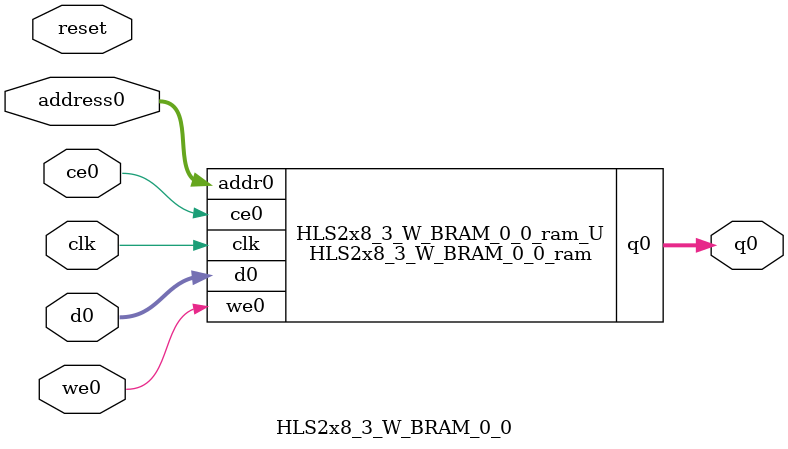
<source format=v>

`timescale 1 ns / 1 ps
module HLS2x8_3_W_BRAM_0_0_ram (addr0, ce0, d0, we0, q0,  clk);

parameter DWIDTH = 16;
parameter AWIDTH = 4;
parameter MEM_SIZE = 9;

input[AWIDTH-1:0] addr0;
input ce0;
input[DWIDTH-1:0] d0;
input we0;
output reg[DWIDTH-1:0] q0;
input clk;

(* ram_style = "distributed" *)reg [DWIDTH-1:0] ram[0:MEM_SIZE-1];




always @(posedge clk)  
begin 
    if (ce0) 
    begin
        if (we0) 
        begin 
            ram[addr0] <= d0; 
            q0 <= d0;
        end 
        else 
            q0 <= ram[addr0];
    end
end


endmodule


`timescale 1 ns / 1 ps
module HLS2x8_3_W_BRAM_0_0(
    reset,
    clk,
    address0,
    ce0,
    we0,
    d0,
    q0);

parameter DataWidth = 32'd16;
parameter AddressRange = 32'd9;
parameter AddressWidth = 32'd4;
input reset;
input clk;
input[AddressWidth - 1:0] address0;
input ce0;
input we0;
input[DataWidth - 1:0] d0;
output[DataWidth - 1:0] q0;



HLS2x8_3_W_BRAM_0_0_ram HLS2x8_3_W_BRAM_0_0_ram_U(
    .clk( clk ),
    .addr0( address0 ),
    .ce0( ce0 ),
    .d0( d0 ),
    .we0( we0 ),
    .q0( q0 ));

endmodule


</source>
